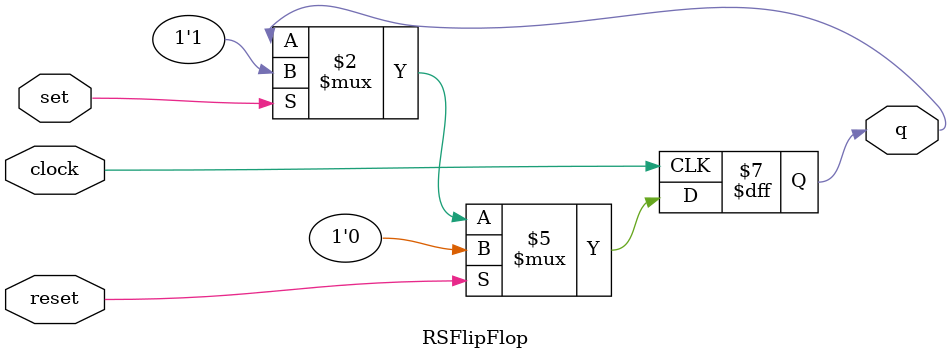
<source format=v>
module RSFlipFlop(
	input wire set,
	input wire reset,
	input wire clock,
	output reg q
);

always @(posedge clock) begin
	if (reset) begin
		q <= 1'b0;
	end else if(set) begin 
		q <= 1'b1;
	end
end

endmodule
</source>
